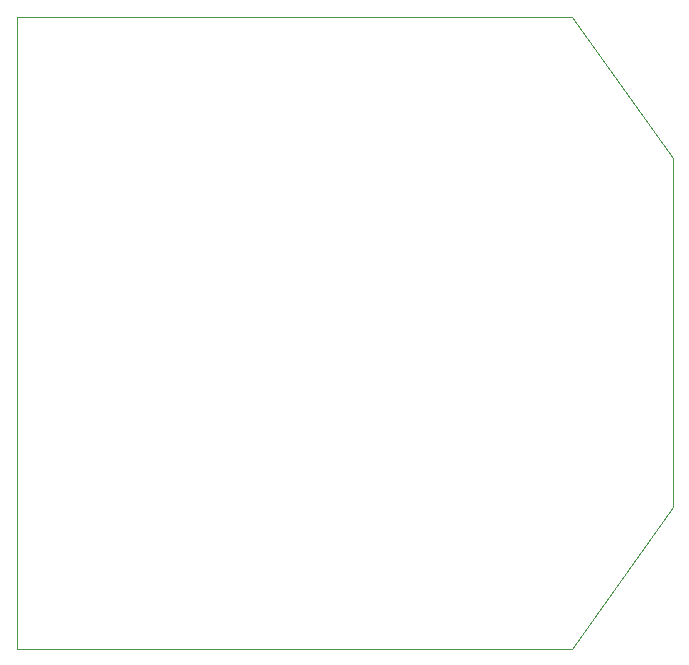
<source format=gbr>
%TF.GenerationSoftware,KiCad,Pcbnew,7.0.10*%
%TF.CreationDate,2024-01-09T13:23:14-06:00*%
%TF.ProjectId,LPT Blaster,4c505420-426c-4617-9374-65722e6b6963,rev?*%
%TF.SameCoordinates,Original*%
%TF.FileFunction,Profile,NP*%
%FSLAX46Y46*%
G04 Gerber Fmt 4.6, Leading zero omitted, Abs format (unit mm)*
G04 Created by KiCad (PCBNEW 7.0.10) date 2024-01-09 13:23:14*
%MOMM*%
%LPD*%
G01*
G04 APERTURE LIST*
%TA.AperFunction,Profile*%
%ADD10C,0.100000*%
%TD*%
G04 APERTURE END LIST*
D10*
X151500000Y-84000000D02*
X151500000Y-54500000D01*
X143000000Y-96000000D02*
X151500000Y-84000000D01*
X143000000Y-42500000D02*
X151500000Y-54500000D01*
X96000000Y-42500000D02*
X143000000Y-42500000D01*
X96000000Y-96000000D02*
X143000000Y-96000000D01*
X96000000Y-42500000D02*
X96000000Y-96000000D01*
M02*

</source>
